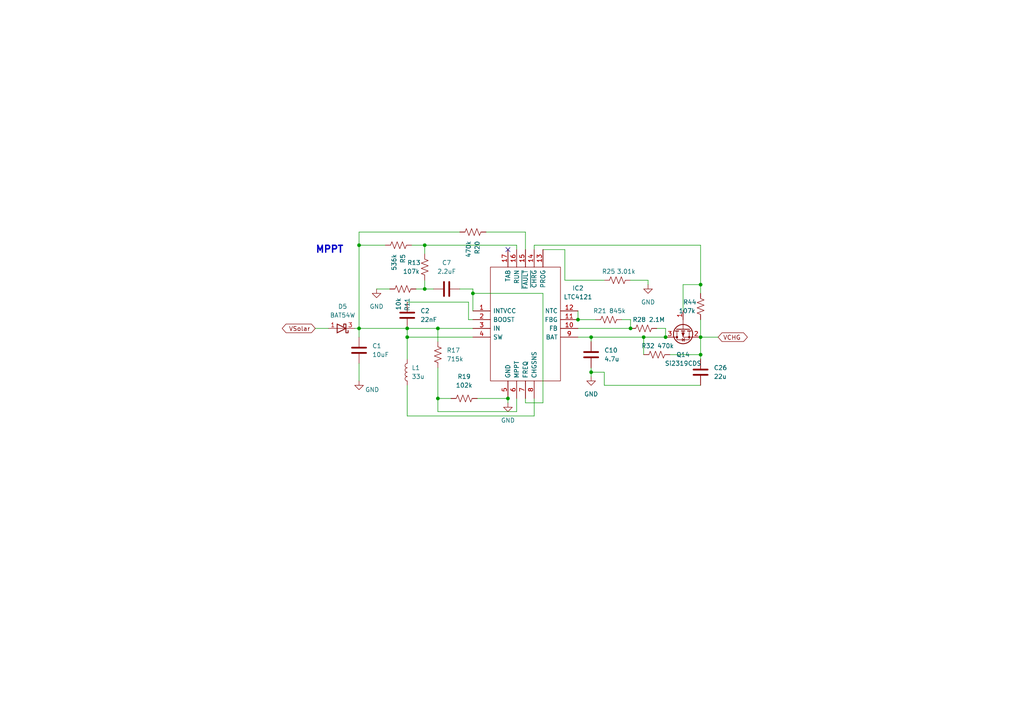
<source format=kicad_sch>
(kicad_sch (version 20211123) (generator eeschema)

  (uuid 67b911c0-4ba5-426a-8953-e7f0e5a031b6)

  (paper "A4")

  (lib_symbols
    (symbol "Device:C" (pin_numbers hide) (pin_names (offset 0.254)) (in_bom yes) (on_board yes)
      (property "Reference" "C" (id 0) (at 0.635 2.54 0)
        (effects (font (size 1.27 1.27)) (justify left))
      )
      (property "Value" "C" (id 1) (at 0.635 -2.54 0)
        (effects (font (size 1.27 1.27)) (justify left))
      )
      (property "Footprint" "" (id 2) (at 0.9652 -3.81 0)
        (effects (font (size 1.27 1.27)) hide)
      )
      (property "Datasheet" "~" (id 3) (at 0 0 0)
        (effects (font (size 1.27 1.27)) hide)
      )
      (property "ki_keywords" "cap capacitor" (id 4) (at 0 0 0)
        (effects (font (size 1.27 1.27)) hide)
      )
      (property "ki_description" "Unpolarized capacitor" (id 5) (at 0 0 0)
        (effects (font (size 1.27 1.27)) hide)
      )
      (property "ki_fp_filters" "C_*" (id 6) (at 0 0 0)
        (effects (font (size 1.27 1.27)) hide)
      )
      (symbol "C_0_1"
        (polyline
          (pts
            (xy -2.032 -0.762)
            (xy 2.032 -0.762)
          )
          (stroke (width 0.508) (type default) (color 0 0 0 0))
          (fill (type none))
        )
        (polyline
          (pts
            (xy -2.032 0.762)
            (xy 2.032 0.762)
          )
          (stroke (width 0.508) (type default) (color 0 0 0 0))
          (fill (type none))
        )
      )
      (symbol "C_1_1"
        (pin passive line (at 0 3.81 270) (length 2.794)
          (name "~" (effects (font (size 1.27 1.27))))
          (number "1" (effects (font (size 1.27 1.27))))
        )
        (pin passive line (at 0 -3.81 90) (length 2.794)
          (name "~" (effects (font (size 1.27 1.27))))
          (number "2" (effects (font (size 1.27 1.27))))
        )
      )
    )
    (symbol "Device:L" (pin_numbers hide) (pin_names (offset 1.016) hide) (in_bom yes) (on_board yes)
      (property "Reference" "L" (id 0) (at -1.27 0 90)
        (effects (font (size 1.27 1.27)))
      )
      (property "Value" "L" (id 1) (at 1.905 0 90)
        (effects (font (size 1.27 1.27)))
      )
      (property "Footprint" "" (id 2) (at 0 0 0)
        (effects (font (size 1.27 1.27)) hide)
      )
      (property "Datasheet" "~" (id 3) (at 0 0 0)
        (effects (font (size 1.27 1.27)) hide)
      )
      (property "ki_keywords" "inductor choke coil reactor magnetic" (id 4) (at 0 0 0)
        (effects (font (size 1.27 1.27)) hide)
      )
      (property "ki_description" "Inductor" (id 5) (at 0 0 0)
        (effects (font (size 1.27 1.27)) hide)
      )
      (property "ki_fp_filters" "Choke_* *Coil* Inductor_* L_*" (id 6) (at 0 0 0)
        (effects (font (size 1.27 1.27)) hide)
      )
      (symbol "L_0_1"
        (arc (start 0 -2.54) (mid 0.635 -1.905) (end 0 -1.27)
          (stroke (width 0) (type default) (color 0 0 0 0))
          (fill (type none))
        )
        (arc (start 0 -1.27) (mid 0.635 -0.635) (end 0 0)
          (stroke (width 0) (type default) (color 0 0 0 0))
          (fill (type none))
        )
        (arc (start 0 0) (mid 0.635 0.635) (end 0 1.27)
          (stroke (width 0) (type default) (color 0 0 0 0))
          (fill (type none))
        )
        (arc (start 0 1.27) (mid 0.635 1.905) (end 0 2.54)
          (stroke (width 0) (type default) (color 0 0 0 0))
          (fill (type none))
        )
      )
      (symbol "L_1_1"
        (pin passive line (at 0 3.81 270) (length 1.27)
          (name "1" (effects (font (size 1.27 1.27))))
          (number "1" (effects (font (size 1.27 1.27))))
        )
        (pin passive line (at 0 -3.81 90) (length 1.27)
          (name "2" (effects (font (size 1.27 1.27))))
          (number "2" (effects (font (size 1.27 1.27))))
        )
      )
    )
    (symbol "Device:R_US" (pin_numbers hide) (pin_names (offset 0)) (in_bom yes) (on_board yes)
      (property "Reference" "R" (id 0) (at 2.54 0 90)
        (effects (font (size 1.27 1.27)))
      )
      (property "Value" "R_US" (id 1) (at -2.54 0 90)
        (effects (font (size 1.27 1.27)))
      )
      (property "Footprint" "" (id 2) (at 1.016 -0.254 90)
        (effects (font (size 1.27 1.27)) hide)
      )
      (property "Datasheet" "~" (id 3) (at 0 0 0)
        (effects (font (size 1.27 1.27)) hide)
      )
      (property "ki_keywords" "R res resistor" (id 4) (at 0 0 0)
        (effects (font (size 1.27 1.27)) hide)
      )
      (property "ki_description" "Resistor, US symbol" (id 5) (at 0 0 0)
        (effects (font (size 1.27 1.27)) hide)
      )
      (property "ki_fp_filters" "R_*" (id 6) (at 0 0 0)
        (effects (font (size 1.27 1.27)) hide)
      )
      (symbol "R_US_0_1"
        (polyline
          (pts
            (xy 0 -2.286)
            (xy 0 -2.54)
          )
          (stroke (width 0) (type default) (color 0 0 0 0))
          (fill (type none))
        )
        (polyline
          (pts
            (xy 0 2.286)
            (xy 0 2.54)
          )
          (stroke (width 0) (type default) (color 0 0 0 0))
          (fill (type none))
        )
        (polyline
          (pts
            (xy 0 -0.762)
            (xy 1.016 -1.143)
            (xy 0 -1.524)
            (xy -1.016 -1.905)
            (xy 0 -2.286)
          )
          (stroke (width 0) (type default) (color 0 0 0 0))
          (fill (type none))
        )
        (polyline
          (pts
            (xy 0 0.762)
            (xy 1.016 0.381)
            (xy 0 0)
            (xy -1.016 -0.381)
            (xy 0 -0.762)
          )
          (stroke (width 0) (type default) (color 0 0 0 0))
          (fill (type none))
        )
        (polyline
          (pts
            (xy 0 2.286)
            (xy 1.016 1.905)
            (xy 0 1.524)
            (xy -1.016 1.143)
            (xy 0 0.762)
          )
          (stroke (width 0) (type default) (color 0 0 0 0))
          (fill (type none))
        )
      )
      (symbol "R_US_1_1"
        (pin passive line (at 0 3.81 270) (length 1.27)
          (name "~" (effects (font (size 1.27 1.27))))
          (number "1" (effects (font (size 1.27 1.27))))
        )
        (pin passive line (at 0 -3.81 90) (length 1.27)
          (name "~" (effects (font (size 1.27 1.27))))
          (number "2" (effects (font (size 1.27 1.27))))
        )
      )
    )
    (symbol "Diode:BAT54W" (pin_names (offset 1.016) hide) (in_bom yes) (on_board yes)
      (property "Reference" "D" (id 0) (at 0 2.54 0)
        (effects (font (size 1.27 1.27)))
      )
      (property "Value" "BAT54W" (id 1) (at 0 -2.54 0)
        (effects (font (size 1.27 1.27)))
      )
      (property "Footprint" "Package_TO_SOT_SMD:SOT-323_SC-70" (id 2) (at 0 -4.445 0)
        (effects (font (size 1.27 1.27)) hide)
      )
      (property "Datasheet" "https://assets.nexperia.com/documents/data-sheet/BAT54W_SER.pdf" (id 3) (at 0 0 0)
        (effects (font (size 1.27 1.27)) hide)
      )
      (property "ki_keywords" "schottky diode" (id 4) (at 0 0 0)
        (effects (font (size 1.27 1.27)) hide)
      )
      (property "ki_description" "Schottky barrier diode, SOT-323" (id 5) (at 0 0 0)
        (effects (font (size 1.27 1.27)) hide)
      )
      (property "ki_fp_filters" "SOT?323*" (id 6) (at 0 0 0)
        (effects (font (size 1.27 1.27)) hide)
      )
      (symbol "BAT54W_0_1"
        (polyline
          (pts
            (xy 1.27 0)
            (xy -1.27 0)
          )
          (stroke (width 0) (type default) (color 0 0 0 0))
          (fill (type none))
        )
        (polyline
          (pts
            (xy 1.27 1.27)
            (xy 1.27 -1.27)
            (xy -1.27 0)
            (xy 1.27 1.27)
          )
          (stroke (width 0.254) (type default) (color 0 0 0 0))
          (fill (type none))
        )
        (polyline
          (pts
            (xy -1.905 0.635)
            (xy -1.905 1.27)
            (xy -1.27 1.27)
            (xy -1.27 -1.27)
            (xy -0.635 -1.27)
            (xy -0.635 -0.635)
          )
          (stroke (width 0.254) (type default) (color 0 0 0 0))
          (fill (type none))
        )
      )
      (symbol "BAT54W_1_1"
        (pin passive line (at 3.81 0 180) (length 2.54)
          (name "A" (effects (font (size 1.27 1.27))))
          (number "1" (effects (font (size 1.27 1.27))))
        )
        (pin no_connect line (at 0 0 90) (length 2.54) hide
          (name "NC" (effects (font (size 1.27 1.27))))
          (number "2" (effects (font (size 1.27 1.27))))
        )
        (pin passive line (at -3.81 0 0) (length 2.54)
          (name "K" (effects (font (size 1.27 1.27))))
          (number "3" (effects (font (size 1.27 1.27))))
        )
      )
    )
    (symbol "LTC4121:LTC4121" (pin_names (offset 0.762)) (in_bom yes) (on_board yes)
      (property "Reference" "IC" (id 0) (at 26.67 17.78 0)
        (effects (font (size 1.27 1.27)) (justify left))
      )
      (property "Value" "LTC4121" (id 1) (at 26.67 15.24 0)
        (effects (font (size 1.27 1.27)) (justify left))
      )
      (property "Footprint" "QFN50P300X300X80-17N-D" (id 2) (at 26.67 12.7 0)
        (effects (font (size 1.27 1.27)) (justify left) hide)
      )
      (property "Datasheet" "" (id 3) (at 26.67 10.16 0)
        (effects (font (size 1.27 1.27)) (justify left) hide)
      )
      (property "Description" "40V 400mA Synchronous Step-Down Battery Charger" (id 4) (at 26.67 7.62 0)
        (effects (font (size 1.27 1.27)) (justify left) hide)
      )
      (property "Height" "0.8" (id 5) (at 26.67 5.08 0)
        (effects (font (size 1.27 1.27)) (justify left) hide)
      )
      (property "Manufacturer_Name" "Linear Technology" (id 6) (at 26.67 2.54 0)
        (effects (font (size 1.27 1.27)) (justify left) hide)
      )
      (property "Manufacturer_Part_Number" "LTC4121" (id 7) (at 26.67 0 0)
        (effects (font (size 1.27 1.27)) (justify left) hide)
      )
      (property "Mouser Part Number" "" (id 8) (at 26.67 -2.54 0)
        (effects (font (size 1.27 1.27)) (justify left) hide)
      )
      (property "Mouser Price/Stock" "" (id 9) (at 26.67 -5.08 0)
        (effects (font (size 1.27 1.27)) (justify left) hide)
      )
      (property "Arrow Part Number" "" (id 10) (at 26.67 -7.62 0)
        (effects (font (size 1.27 1.27)) (justify left) hide)
      )
      (property "Arrow Price/Stock" "" (id 11) (at 26.67 -10.16 0)
        (effects (font (size 1.27 1.27)) (justify left) hide)
      )
      (property "ki_description" "40V 400mA Synchronous Step-Down Battery Charger" (id 12) (at 0 0 0)
        (effects (font (size 1.27 1.27)) hide)
      )
      (symbol "LTC4121_0_0"
        (pin power_in line (at 0 0 0) (length 5.08)
          (name "INTVCC" (effects (font (size 1.27 1.27))))
          (number "1" (effects (font (size 1.27 1.27))))
        )
        (pin passive line (at 30.48 -5.08 180) (length 5.08)
          (name "FB" (effects (font (size 1.27 1.27))))
          (number "10" (effects (font (size 1.27 1.27))))
        )
        (pin passive line (at 30.48 -2.54 180) (length 5.08)
          (name "FBG" (effects (font (size 1.27 1.27))))
          (number "11" (effects (font (size 1.27 1.27))))
        )
        (pin passive line (at 30.48 0 180) (length 5.08)
          (name "NTC" (effects (font (size 1.27 1.27))))
          (number "12" (effects (font (size 1.27 1.27))))
        )
        (pin passive line (at 20.32 17.78 270) (length 5.08)
          (name "PROG" (effects (font (size 1.27 1.27))))
          (number "13" (effects (font (size 1.27 1.27))))
        )
        (pin passive line (at 17.78 17.78 270) (length 5.08)
          (name "~{CHRG}" (effects (font (size 1.27 1.27))))
          (number "14" (effects (font (size 1.27 1.27))))
        )
        (pin passive line (at 15.24 17.78 270) (length 5.08)
          (name "~{FAULT}" (effects (font (size 1.27 1.27))))
          (number "15" (effects (font (size 1.27 1.27))))
        )
        (pin passive line (at 12.7 17.78 270) (length 5.08)
          (name "RUN" (effects (font (size 1.27 1.27))))
          (number "16" (effects (font (size 1.27 1.27))))
        )
        (pin passive line (at 10.16 17.78 270) (length 5.08)
          (name "TAB" (effects (font (size 1.27 1.27))))
          (number "17" (effects (font (size 1.27 1.27))))
        )
        (pin passive line (at 0 -2.54 0) (length 5.08)
          (name "BOOST" (effects (font (size 1.27 1.27))))
          (number "2" (effects (font (size 1.27 1.27))))
        )
        (pin input line (at 0 -5.08 0) (length 5.08)
          (name "IN" (effects (font (size 1.27 1.27))))
          (number "3" (effects (font (size 1.27 1.27))))
        )
        (pin passive line (at 0 -7.62 0) (length 5.08)
          (name "SW" (effects (font (size 1.27 1.27))))
          (number "4" (effects (font (size 1.27 1.27))))
        )
        (pin power_in line (at 10.16 -25.4 90) (length 5.08)
          (name "GND" (effects (font (size 1.27 1.27))))
          (number "5" (effects (font (size 1.27 1.27))))
        )
        (pin passive line (at 12.7 -25.4 90) (length 5.08)
          (name "MPPT" (effects (font (size 1.27 1.27))))
          (number "6" (effects (font (size 1.27 1.27))))
        )
        (pin passive line (at 15.24 -25.4 90) (length 5.08)
          (name "FREQ" (effects (font (size 1.27 1.27))))
          (number "7" (effects (font (size 1.27 1.27))))
        )
        (pin passive line (at 17.78 -25.4 90) (length 5.08)
          (name "CHGSNS" (effects (font (size 1.27 1.27))))
          (number "8" (effects (font (size 1.27 1.27))))
        )
        (pin passive line (at 30.48 -7.62 180) (length 5.08)
          (name "BAT" (effects (font (size 1.27 1.27))))
          (number "9" (effects (font (size 1.27 1.27))))
        )
      )
      (symbol "LTC4121_0_1"
        (polyline
          (pts
            (xy 5.08 12.7)
            (xy 25.4 12.7)
            (xy 25.4 -20.32)
            (xy 5.08 -20.32)
            (xy 5.08 12.7)
          )
          (stroke (width 0.1524) (type default) (color 0 0 0 0))
          (fill (type none))
        )
      )
    )
    (symbol "Transistor_FET:Si2319CDS" (pin_names hide) (in_bom yes) (on_board yes)
      (property "Reference" "Q" (id 0) (at 5.08 1.905 0)
        (effects (font (size 1.27 1.27)) (justify left))
      )
      (property "Value" "Si2319CDS" (id 1) (at 5.08 0 0)
        (effects (font (size 1.27 1.27)) (justify left))
      )
      (property "Footprint" "Package_TO_SOT_SMD:SOT-23" (id 2) (at 5.08 -1.905 0)
        (effects (font (size 1.27 1.27) italic) (justify left) hide)
      )
      (property "Datasheet" "http://www.vishay.com/docs/66709/si2319cd.pdf" (id 3) (at 0 0 0)
        (effects (font (size 1.27 1.27)) (justify left) hide)
      )
      (property "ki_keywords" "P-Channel MOSFET" (id 4) (at 0 0 0)
        (effects (font (size 1.27 1.27)) hide)
      )
      (property "ki_description" "-4.4A Id, -40V Vds, P-Channel MOSFET, SOT-23" (id 5) (at 0 0 0)
        (effects (font (size 1.27 1.27)) hide)
      )
      (property "ki_fp_filters" "SOT?23*" (id 6) (at 0 0 0)
        (effects (font (size 1.27 1.27)) hide)
      )
      (symbol "Si2319CDS_0_1"
        (polyline
          (pts
            (xy 0.254 0)
            (xy -2.54 0)
          )
          (stroke (width 0) (type default) (color 0 0 0 0))
          (fill (type none))
        )
        (polyline
          (pts
            (xy 0.254 1.905)
            (xy 0.254 -1.905)
          )
          (stroke (width 0.254) (type default) (color 0 0 0 0))
          (fill (type none))
        )
        (polyline
          (pts
            (xy 0.762 -1.27)
            (xy 0.762 -2.286)
          )
          (stroke (width 0.254) (type default) (color 0 0 0 0))
          (fill (type none))
        )
        (polyline
          (pts
            (xy 0.762 0.508)
            (xy 0.762 -0.508)
          )
          (stroke (width 0.254) (type default) (color 0 0 0 0))
          (fill (type none))
        )
        (polyline
          (pts
            (xy 0.762 2.286)
            (xy 0.762 1.27)
          )
          (stroke (width 0.254) (type default) (color 0 0 0 0))
          (fill (type none))
        )
        (polyline
          (pts
            (xy 2.54 2.54)
            (xy 2.54 1.778)
          )
          (stroke (width 0) (type default) (color 0 0 0 0))
          (fill (type none))
        )
        (polyline
          (pts
            (xy 2.54 -2.54)
            (xy 2.54 0)
            (xy 0.762 0)
          )
          (stroke (width 0) (type default) (color 0 0 0 0))
          (fill (type none))
        )
        (polyline
          (pts
            (xy 0.762 1.778)
            (xy 3.302 1.778)
            (xy 3.302 -1.778)
            (xy 0.762 -1.778)
          )
          (stroke (width 0) (type default) (color 0 0 0 0))
          (fill (type none))
        )
        (polyline
          (pts
            (xy 2.286 0)
            (xy 1.27 0.381)
            (xy 1.27 -0.381)
            (xy 2.286 0)
          )
          (stroke (width 0) (type default) (color 0 0 0 0))
          (fill (type outline))
        )
        (polyline
          (pts
            (xy 2.794 -0.508)
            (xy 2.921 -0.381)
            (xy 3.683 -0.381)
            (xy 3.81 -0.254)
          )
          (stroke (width 0) (type default) (color 0 0 0 0))
          (fill (type none))
        )
        (polyline
          (pts
            (xy 3.302 -0.381)
            (xy 2.921 0.254)
            (xy 3.683 0.254)
            (xy 3.302 -0.381)
          )
          (stroke (width 0) (type default) (color 0 0 0 0))
          (fill (type none))
        )
        (circle (center 1.651 0) (radius 2.794)
          (stroke (width 0.254) (type default) (color 0 0 0 0))
          (fill (type none))
        )
        (circle (center 2.54 -1.778) (radius 0.254)
          (stroke (width 0) (type default) (color 0 0 0 0))
          (fill (type outline))
        )
        (circle (center 2.54 1.778) (radius 0.254)
          (stroke (width 0) (type default) (color 0 0 0 0))
          (fill (type outline))
        )
      )
      (symbol "Si2319CDS_1_1"
        (pin input line (at -5.08 0 0) (length 2.54)
          (name "G" (effects (font (size 1.27 1.27))))
          (number "1" (effects (font (size 1.27 1.27))))
        )
        (pin passive line (at 2.54 -5.08 90) (length 2.54)
          (name "S" (effects (font (size 1.27 1.27))))
          (number "2" (effects (font (size 1.27 1.27))))
        )
        (pin passive line (at 2.54 5.08 270) (length 2.54)
          (name "D" (effects (font (size 1.27 1.27))))
          (number "3" (effects (font (size 1.27 1.27))))
        )
      )
    )
    (symbol "power:GND" (power) (pin_names (offset 0)) (in_bom yes) (on_board yes)
      (property "Reference" "#PWR" (id 0) (at 0 -6.35 0)
        (effects (font (size 1.27 1.27)) hide)
      )
      (property "Value" "GND" (id 1) (at 0 -3.81 0)
        (effects (font (size 1.27 1.27)))
      )
      (property "Footprint" "" (id 2) (at 0 0 0)
        (effects (font (size 1.27 1.27)) hide)
      )
      (property "Datasheet" "" (id 3) (at 0 0 0)
        (effects (font (size 1.27 1.27)) hide)
      )
      (property "ki_keywords" "power-flag" (id 4) (at 0 0 0)
        (effects (font (size 1.27 1.27)) hide)
      )
      (property "ki_description" "Power symbol creates a global label with name \"GND\" , ground" (id 5) (at 0 0 0)
        (effects (font (size 1.27 1.27)) hide)
      )
      (symbol "GND_0_1"
        (polyline
          (pts
            (xy 0 0)
            (xy 0 -1.27)
            (xy 1.27 -1.27)
            (xy 0 -2.54)
            (xy -1.27 -1.27)
            (xy 0 -1.27)
          )
          (stroke (width 0) (type default) (color 0 0 0 0))
          (fill (type none))
        )
      )
      (symbol "GND_1_1"
        (pin power_in line (at 0 0 270) (length 0) hide
          (name "GND" (effects (font (size 1.27 1.27))))
          (number "1" (effects (font (size 1.27 1.27))))
        )
      )
    )
  )

  (junction (at 203.2 97.79) (diameter 0) (color 0 0 0 0)
    (uuid 11bf9d6b-bcda-427b-b69b-771b9bee8fd0)
  )
  (junction (at 123.19 83.82) (diameter 0) (color 0 0 0 0)
    (uuid 299cc6c9-c294-4965-b9d8-3bbdced30fb7)
  )
  (junction (at 203.2 82.55) (diameter 0) (color 0 0 0 0)
    (uuid 2c05ceb5-1cda-4ae7-a07c-ef645d576ac2)
  )
  (junction (at 171.45 107.95) (diameter 0) (color 0 0 0 0)
    (uuid 471a1efc-90ee-4998-afad-cb4d063f7ae2)
  )
  (junction (at 147.32 115.57) (diameter 0) (color 0 0 0 0)
    (uuid 4ddd824a-3739-4bab-82e2-931bbe5092ed)
  )
  (junction (at 167.64 92.71) (diameter 0) (color 0 0 0 0)
    (uuid 51b5890e-30f5-4340-93f5-30a5f4d521be)
  )
  (junction (at 182.88 95.25) (diameter 0) (color 0 0 0 0)
    (uuid 773d8bc1-97e6-405d-a32f-fe2d60464377)
  )
  (junction (at 137.16 85.09) (diameter 0) (color 0 0 0 0)
    (uuid 809542c2-d82d-4f0d-bf72-e59b58e57d98)
  )
  (junction (at 193.04 97.79) (diameter 0) (color 0 0 0 0)
    (uuid 9b714048-384a-4d02-82bd-347e7d91ab60)
  )
  (junction (at 186.69 97.79) (diameter 0) (color 0 0 0 0)
    (uuid 9dc23262-e327-4990-a416-f21dfc542262)
  )
  (junction (at 203.2 102.87) (diameter 0) (color 0 0 0 0)
    (uuid abced2db-523e-4056-a522-f8fa9860e3cc)
  )
  (junction (at 104.14 71.12) (diameter 0) (color 0 0 0 0)
    (uuid b7e92691-1b2c-4258-ae7f-a8a243ece7e0)
  )
  (junction (at 171.45 97.79) (diameter 0) (color 0 0 0 0)
    (uuid c2d65f77-f471-4c92-a36f-ac6b7d06c3ea)
  )
  (junction (at 123.19 71.12) (diameter 0) (color 0 0 0 0)
    (uuid c75d5d07-6873-461e-b61d-635ed70d8b88)
  )
  (junction (at 118.11 97.79) (diameter 0) (color 0 0 0 0)
    (uuid c80a38b0-5ee2-471f-8156-d2a54851f230)
  )
  (junction (at 118.11 95.25) (diameter 0) (color 0 0 0 0)
    (uuid cefe879c-266f-43bf-8484-b78f36bb7c8d)
  )
  (junction (at 127 115.57) (diameter 0) (color 0 0 0 0)
    (uuid e1ffe84d-5b1f-405d-a1f5-f2a80819c213)
  )
  (junction (at 104.14 95.25) (diameter 0) (color 0 0 0 0)
    (uuid e3014a7a-5181-472e-b074-749552a14458)
  )
  (junction (at 127 95.25) (diameter 0) (color 0 0 0 0)
    (uuid e5da31d6-5474-4ba4-b086-11487abcd9a3)
  )

  (no_connect (at 147.32 72.39) (uuid c7e2c7a8-8668-4cab-9535-ce58fe6774a4))

  (wire (pts (xy 149.86 71.12) (xy 149.86 72.39))
    (stroke (width 0) (type default) (color 0 0 0 0))
    (uuid 034c840b-af54-486f-acae-7b539fb8e5f6)
  )
  (wire (pts (xy 118.11 97.79) (xy 137.16 97.79))
    (stroke (width 0) (type default) (color 0 0 0 0))
    (uuid 04c95f1f-0b92-4452-8c3c-e14d21f5c78b)
  )
  (wire (pts (xy 182.88 81.28) (xy 187.96 81.28))
    (stroke (width 0) (type default) (color 0 0 0 0))
    (uuid 07c4b73b-e6a5-49e8-a2ea-5e9e8fb5ffec)
  )
  (wire (pts (xy 104.14 105.41) (xy 104.14 110.49))
    (stroke (width 0) (type default) (color 0 0 0 0))
    (uuid 0ccef0dd-206c-439e-b394-7c44ea0e5b73)
  )
  (wire (pts (xy 175.26 111.76) (xy 175.26 107.95))
    (stroke (width 0) (type default) (color 0 0 0 0))
    (uuid 10c7bde2-dcec-4106-84ae-1fb703faa8d5)
  )
  (wire (pts (xy 127 115.57) (xy 130.81 115.57))
    (stroke (width 0) (type default) (color 0 0 0 0))
    (uuid 11bd142d-6e79-4af1-b41a-8838c47740b8)
  )
  (wire (pts (xy 147.32 116.84) (xy 147.32 115.57))
    (stroke (width 0) (type default) (color 0 0 0 0))
    (uuid 14deeb9f-4088-4146-994e-c8f9460cfc7f)
  )
  (wire (pts (xy 133.35 67.31) (xy 104.14 67.31))
    (stroke (width 0) (type default) (color 0 0 0 0))
    (uuid 16e9e34c-fbe9-49ff-9f5c-5d32b262f25c)
  )
  (wire (pts (xy 123.19 71.12) (xy 123.19 73.66))
    (stroke (width 0) (type default) (color 0 0 0 0))
    (uuid 1771a814-4408-4891-ae6d-bf5cb7619efe)
  )
  (wire (pts (xy 203.2 97.79) (xy 208.28 97.79))
    (stroke (width 0) (type default) (color 0 0 0 0))
    (uuid 20e21841-8358-44c6-83ab-8b48a81f92ff)
  )
  (wire (pts (xy 149.86 115.57) (xy 149.86 119.38))
    (stroke (width 0) (type default) (color 0 0 0 0))
    (uuid 29bf0913-7f69-427d-843b-ce8e0da30c4e)
  )
  (wire (pts (xy 171.45 106.68) (xy 171.45 107.95))
    (stroke (width 0) (type default) (color 0 0 0 0))
    (uuid 2add54df-7d6c-49bc-94cf-dbc78e771a8b)
  )
  (wire (pts (xy 167.64 92.71) (xy 172.72 92.71))
    (stroke (width 0) (type default) (color 0 0 0 0))
    (uuid 2b6edfd2-0a8a-4e07-aa59-fc55bd2f452c)
  )
  (wire (pts (xy 194.31 102.87) (xy 203.2 102.87))
    (stroke (width 0) (type default) (color 0 0 0 0))
    (uuid 2c7b52b0-1861-44a5-9423-221515e9f83e)
  )
  (wire (pts (xy 140.97 67.31) (xy 152.4 67.31))
    (stroke (width 0) (type default) (color 0 0 0 0))
    (uuid 2cd926fd-86fe-467d-9e41-4cfc9e79cfcb)
  )
  (wire (pts (xy 152.4 67.31) (xy 152.4 72.39))
    (stroke (width 0) (type default) (color 0 0 0 0))
    (uuid 2d9f183f-c826-4966-97c2-7efb715043da)
  )
  (wire (pts (xy 167.64 90.17) (xy 167.64 92.71))
    (stroke (width 0) (type default) (color 0 0 0 0))
    (uuid 308f22b1-57b6-4e05-9e24-d795d2d1a7a3)
  )
  (wire (pts (xy 154.94 115.57) (xy 154.94 120.65))
    (stroke (width 0) (type default) (color 0 0 0 0))
    (uuid 32af9062-948f-46ad-a380-017d08da4967)
  )
  (wire (pts (xy 180.34 92.71) (xy 182.88 92.71))
    (stroke (width 0) (type default) (color 0 0 0 0))
    (uuid 35d02500-6703-4cd8-8562-32dbaf032ee0)
  )
  (wire (pts (xy 154.94 71.12) (xy 203.2 71.12))
    (stroke (width 0) (type default) (color 0 0 0 0))
    (uuid 35ef54f8-c691-4a8d-9924-fefb52d01e9a)
  )
  (wire (pts (xy 127 115.57) (xy 127 119.38))
    (stroke (width 0) (type default) (color 0 0 0 0))
    (uuid 360f9126-c7b8-42c3-bded-5bdc00ba3300)
  )
  (wire (pts (xy 104.14 67.31) (xy 104.14 71.12))
    (stroke (width 0) (type default) (color 0 0 0 0))
    (uuid 36282a80-b778-413a-b261-cebaba958565)
  )
  (wire (pts (xy 154.94 72.39) (xy 154.94 71.12))
    (stroke (width 0) (type default) (color 0 0 0 0))
    (uuid 36c3eb04-8217-4aea-8437-c15cb549f127)
  )
  (wire (pts (xy 167.64 95.25) (xy 182.88 95.25))
    (stroke (width 0) (type default) (color 0 0 0 0))
    (uuid 36e623ef-5d20-4954-8d4e-426da52564a0)
  )
  (wire (pts (xy 123.19 83.82) (xy 125.73 83.82))
    (stroke (width 0) (type default) (color 0 0 0 0))
    (uuid 4698175e-823e-48e4-a88b-0146d4e4ffbe)
  )
  (wire (pts (xy 203.2 97.79) (xy 203.2 92.71))
    (stroke (width 0) (type default) (color 0 0 0 0))
    (uuid 4f5a0d67-e53b-4841-9e4e-7638d973e297)
  )
  (wire (pts (xy 154.94 120.65) (xy 118.11 120.65))
    (stroke (width 0) (type default) (color 0 0 0 0))
    (uuid 56e84b97-5b7b-40f6-af10-b00353abce33)
  )
  (wire (pts (xy 104.14 71.12) (xy 104.14 95.25))
    (stroke (width 0) (type default) (color 0 0 0 0))
    (uuid 574cf53a-3c71-4e33-b3af-5e0fb75d1d98)
  )
  (wire (pts (xy 203.2 104.14) (xy 203.2 102.87))
    (stroke (width 0) (type default) (color 0 0 0 0))
    (uuid 5782bca8-a4e8-48e5-a203-f9f6eaa8ffde)
  )
  (wire (pts (xy 137.16 92.71) (xy 135.89 92.71))
    (stroke (width 0) (type default) (color 0 0 0 0))
    (uuid 5bebe273-dd39-4307-b665-bcfb8da485b8)
  )
  (wire (pts (xy 203.2 111.76) (xy 175.26 111.76))
    (stroke (width 0) (type default) (color 0 0 0 0))
    (uuid 5e4dae31-2205-45f1-a606-dbf26ccfad16)
  )
  (wire (pts (xy 104.14 95.25) (xy 118.11 95.25))
    (stroke (width 0) (type default) (color 0 0 0 0))
    (uuid 6084e423-c1a6-4aea-9908-4d6ea36f0705)
  )
  (wire (pts (xy 118.11 95.25) (xy 118.11 97.79))
    (stroke (width 0) (type default) (color 0 0 0 0))
    (uuid 67448871-8974-4e61-9757-8b07b3810e45)
  )
  (wire (pts (xy 171.45 107.95) (xy 171.45 109.22))
    (stroke (width 0) (type default) (color 0 0 0 0))
    (uuid 6cc0edf6-07cb-45d0-8b6a-e09cc00dee76)
  )
  (wire (pts (xy 171.45 97.79) (xy 186.69 97.79))
    (stroke (width 0) (type default) (color 0 0 0 0))
    (uuid 6d699336-5aa0-4b46-9504-81083172e660)
  )
  (wire (pts (xy 109.22 83.82) (xy 113.03 83.82))
    (stroke (width 0) (type default) (color 0 0 0 0))
    (uuid 6e6b96f4-ad5c-4afe-a712-afced2d8ea0a)
  )
  (wire (pts (xy 171.45 97.79) (xy 171.45 99.06))
    (stroke (width 0) (type default) (color 0 0 0 0))
    (uuid 7197b0fe-57ca-4082-88d5-b8347c0b7604)
  )
  (wire (pts (xy 91.44 95.25) (xy 95.25 95.25))
    (stroke (width 0) (type default) (color 0 0 0 0))
    (uuid 72cf1e5d-31a6-44d3-a5a3-48d16d43d6af)
  )
  (wire (pts (xy 137.16 83.82) (xy 133.35 83.82))
    (stroke (width 0) (type default) (color 0 0 0 0))
    (uuid 751bf254-8fa1-42d6-b54d-b8c19df222dc)
  )
  (wire (pts (xy 123.19 81.28) (xy 123.19 83.82))
    (stroke (width 0) (type default) (color 0 0 0 0))
    (uuid 7a997ad2-0052-4da5-88f0-c345a4fbc7c7)
  )
  (wire (pts (xy 127 106.68) (xy 127 115.57))
    (stroke (width 0) (type default) (color 0 0 0 0))
    (uuid 7b5e1b44-5807-4b8a-9d54-60a6149835e6)
  )
  (wire (pts (xy 152.4 116.84) (xy 157.48 116.84))
    (stroke (width 0) (type default) (color 0 0 0 0))
    (uuid 81b14f7d-3fed-4f2f-b1dc-e3cb535bdbd6)
  )
  (wire (pts (xy 104.14 71.12) (xy 111.76 71.12))
    (stroke (width 0) (type default) (color 0 0 0 0))
    (uuid 86341111-0640-46bc-96a2-7e4fcfb2911c)
  )
  (wire (pts (xy 137.16 90.17) (xy 137.16 85.09))
    (stroke (width 0) (type default) (color 0 0 0 0))
    (uuid 87cda2f5-c667-450b-8036-51fa4938e36f)
  )
  (wire (pts (xy 123.19 71.12) (xy 149.86 71.12))
    (stroke (width 0) (type default) (color 0 0 0 0))
    (uuid 9d871923-c3f3-4177-a7cd-070cbf6615bb)
  )
  (wire (pts (xy 104.14 95.25) (xy 104.14 97.79))
    (stroke (width 0) (type default) (color 0 0 0 0))
    (uuid a0139d85-8bbc-4b8a-b95c-1d30ac3c9d4e)
  )
  (wire (pts (xy 163.83 72.39) (xy 163.83 81.28))
    (stroke (width 0) (type default) (color 0 0 0 0))
    (uuid a0c9d2e4-6c0b-4e77-8eb3-acc43b1cee8a)
  )
  (wire (pts (xy 190.5 95.25) (xy 193.04 95.25))
    (stroke (width 0) (type default) (color 0 0 0 0))
    (uuid a2573230-0c35-4674-855d-bfb68653e7d8)
  )
  (wire (pts (xy 157.48 116.84) (xy 157.48 85.09))
    (stroke (width 0) (type default) (color 0 0 0 0))
    (uuid a3e930b3-f424-4692-90f3-61efcf94b56a)
  )
  (wire (pts (xy 163.83 81.28) (xy 175.26 81.28))
    (stroke (width 0) (type default) (color 0 0 0 0))
    (uuid a4649482-ca20-486a-87ec-371a04422ef2)
  )
  (wire (pts (xy 137.16 85.09) (xy 157.48 85.09))
    (stroke (width 0) (type default) (color 0 0 0 0))
    (uuid a56f728d-0d52-4289-b031-c83940638c00)
  )
  (wire (pts (xy 187.96 81.28) (xy 187.96 82.55))
    (stroke (width 0) (type default) (color 0 0 0 0))
    (uuid a7022e04-b24d-47d0-b1f3-4196c5df1bfc)
  )
  (wire (pts (xy 120.65 83.82) (xy 123.19 83.82))
    (stroke (width 0) (type default) (color 0 0 0 0))
    (uuid a861134c-d009-498f-8443-ebf6c069bc31)
  )
  (wire (pts (xy 118.11 97.79) (xy 118.11 104.14))
    (stroke (width 0) (type default) (color 0 0 0 0))
    (uuid acf00ee6-c901-4d18-9e09-ca512f865ce9)
  )
  (wire (pts (xy 149.86 119.38) (xy 127 119.38))
    (stroke (width 0) (type default) (color 0 0 0 0))
    (uuid b06fa1a4-6272-4b84-a969-e7b3e5abf62c)
  )
  (wire (pts (xy 167.64 97.79) (xy 171.45 97.79))
    (stroke (width 0) (type default) (color 0 0 0 0))
    (uuid bcda5bb0-3db8-4847-ae7a-5e0a3c2d5873)
  )
  (wire (pts (xy 137.16 85.09) (xy 137.16 83.82))
    (stroke (width 0) (type default) (color 0 0 0 0))
    (uuid c03a916a-02af-4a07-95ae-097a943c9f73)
  )
  (wire (pts (xy 193.04 95.25) (xy 193.04 97.79))
    (stroke (width 0) (type default) (color 0 0 0 0))
    (uuid c20c580c-93ae-4a2c-989b-8307712ac225)
  )
  (wire (pts (xy 182.88 92.71) (xy 182.88 95.25))
    (stroke (width 0) (type default) (color 0 0 0 0))
    (uuid c45dea1e-b681-41d1-b962-46a0f2401849)
  )
  (wire (pts (xy 203.2 71.12) (xy 203.2 82.55))
    (stroke (width 0) (type default) (color 0 0 0 0))
    (uuid ca0d1d16-9a87-4811-a4be-c2e1f3d22483)
  )
  (wire (pts (xy 137.16 95.25) (xy 127 95.25))
    (stroke (width 0) (type default) (color 0 0 0 0))
    (uuid cafc3564-b362-410a-8226-0a104239acaf)
  )
  (wire (pts (xy 198.12 90.17) (xy 198.12 82.55))
    (stroke (width 0) (type default) (color 0 0 0 0))
    (uuid cd08032a-67f1-4a81-a503-a2d208afcbd0)
  )
  (wire (pts (xy 118.11 120.65) (xy 118.11 111.76))
    (stroke (width 0) (type default) (color 0 0 0 0))
    (uuid cd46fcb4-cd7c-4ab5-951e-d94a31d89f31)
  )
  (wire (pts (xy 102.87 95.25) (xy 104.14 95.25))
    (stroke (width 0) (type default) (color 0 0 0 0))
    (uuid ce72be00-2a28-4213-b884-aff82de9a21f)
  )
  (wire (pts (xy 135.89 87.63) (xy 118.11 87.63))
    (stroke (width 0) (type default) (color 0 0 0 0))
    (uuid d078beb1-c29d-4bca-9167-cc6aecd5bc91)
  )
  (wire (pts (xy 186.69 97.79) (xy 193.04 97.79))
    (stroke (width 0) (type default) (color 0 0 0 0))
    (uuid d1d7ae77-2a83-4440-b1f6-26740b9fd44d)
  )
  (wire (pts (xy 127 95.25) (xy 127 99.06))
    (stroke (width 0) (type default) (color 0 0 0 0))
    (uuid d523a075-7e33-4186-886d-2ff29509eaf1)
  )
  (wire (pts (xy 157.48 72.39) (xy 163.83 72.39))
    (stroke (width 0) (type default) (color 0 0 0 0))
    (uuid d6b85383-4049-41cc-9393-275307ab2218)
  )
  (wire (pts (xy 119.38 71.12) (xy 123.19 71.12))
    (stroke (width 0) (type default) (color 0 0 0 0))
    (uuid d8dc8247-c709-49fe-92f0-a380a86d5aaf)
  )
  (wire (pts (xy 203.2 102.87) (xy 203.2 97.79))
    (stroke (width 0) (type default) (color 0 0 0 0))
    (uuid e8a651eb-f054-4e88-8893-514aa20e6054)
  )
  (wire (pts (xy 186.69 97.79) (xy 186.69 102.87))
    (stroke (width 0) (type default) (color 0 0 0 0))
    (uuid ea808b72-2c70-4c14-bf1e-d9bd55ca8145)
  )
  (wire (pts (xy 138.43 115.57) (xy 147.32 115.57))
    (stroke (width 0) (type default) (color 0 0 0 0))
    (uuid ed0a47d1-0e26-40e1-b2bd-7921704e0dd4)
  )
  (wire (pts (xy 175.26 107.95) (xy 171.45 107.95))
    (stroke (width 0) (type default) (color 0 0 0 0))
    (uuid f78580b4-f16c-431c-8d8f-260e610f481a)
  )
  (wire (pts (xy 118.11 95.25) (xy 127 95.25))
    (stroke (width 0) (type default) (color 0 0 0 0))
    (uuid f9370a9c-58c9-41f1-a70d-358f72abad88)
  )
  (wire (pts (xy 152.4 116.84) (xy 152.4 115.57))
    (stroke (width 0) (type default) (color 0 0 0 0))
    (uuid fbe0a0e7-5a7f-4649-b68a-7bf60200efc6)
  )
  (wire (pts (xy 135.89 92.71) (xy 135.89 87.63))
    (stroke (width 0) (type default) (color 0 0 0 0))
    (uuid fc950853-dbe7-4e88-aa42-9232e0e2dc1a)
  )
  (wire (pts (xy 203.2 82.55) (xy 203.2 85.09))
    (stroke (width 0) (type default) (color 0 0 0 0))
    (uuid fceeda67-f157-4195-bbe9-a782eb447d41)
  )
  (wire (pts (xy 198.12 82.55) (xy 203.2 82.55))
    (stroke (width 0) (type default) (color 0 0 0 0))
    (uuid fdca59bf-24f1-4daf-a766-023d958ad9b1)
  )

  (text "MPPT" (at 91.44 73.66 0)
    (effects (font (size 2 2) bold) (justify left bottom))
    (uuid 3a71171f-9245-4dde-b433-9444e4625597)
  )

  (global_label "VCHG" (shape bidirectional) (at 208.28 97.79 0) (fields_autoplaced)
    (effects (font (size 1.27 1.27)) (justify left))
    (uuid 7f162d50-f166-478c-bc89-71e371cee64a)
    (property "Intersheet References" "${INTERSHEET_REFS}" (id 0) (at 215.6521 97.7106 0)
      (effects (font (size 1.27 1.27)) (justify left) hide)
    )
  )
  (global_label "VSolar" (shape bidirectional) (at 91.44 95.25 180) (fields_autoplaced)
    (effects (font (size 1.27 1.27)) (justify right))
    (uuid c0e6e100-3640-48af-a218-11a67d473e9f)
    (property "Intersheet References" "${INTERSHEET_REFS}" (id 0) (at 82.9793 95.1706 0)
      (effects (font (size 1.27 1.27)) (justify right) hide)
    )
  )

  (symbol (lib_id "Device:R_US") (at 127 102.87 0) (unit 1)
    (in_bom yes) (on_board yes) (fields_autoplaced)
    (uuid 0adfcf06-c79c-4541-9ab9-4e16bac5a715)
    (property "Reference" "R17" (id 0) (at 129.54 101.5999 0)
      (effects (font (size 1.27 1.27)) (justify left))
    )
    (property "Value" "715k" (id 1) (at 129.54 104.1399 0)
      (effects (font (size 1.27 1.27)) (justify left))
    )
    (property "Footprint" "Resistor_SMD:R_0402_1005Metric" (id 2) (at 128.016 103.124 90)
      (effects (font (size 1.27 1.27)) hide)
    )
    (property "Datasheet" "~" (id 3) (at 127 102.87 0)
      (effects (font (size 1.27 1.27)) hide)
    )
    (pin "1" (uuid 20a45a56-e271-4e99-8dd0-46d611ab7668))
    (pin "2" (uuid 326c6d3e-f585-450c-b87e-89f81fd968db))
  )

  (symbol (lib_id "Device:R_US") (at 137.16 67.31 90) (unit 1)
    (in_bom yes) (on_board yes)
    (uuid 1213c737-f28d-4528-81b1-1552b4f482dd)
    (property "Reference" "R20" (id 0) (at 138.4301 69.85 0)
      (effects (font (size 1.27 1.27)) (justify right))
    )
    (property "Value" "470k" (id 1) (at 135.8901 69.85 0)
      (effects (font (size 1.27 1.27)) (justify right))
    )
    (property "Footprint" "Resistor_SMD:R_0402_1005Metric" (id 2) (at 137.414 66.294 90)
      (effects (font (size 1.27 1.27)) hide)
    )
    (property "Datasheet" "~" (id 3) (at 137.16 67.31 0)
      (effects (font (size 1.27 1.27)) hide)
    )
    (pin "1" (uuid f232e0bf-1484-49a2-8c59-7d2e83f3e5da))
    (pin "2" (uuid 5ddcdeb5-b25f-41bf-b523-02deaab28a8c))
  )

  (symbol (lib_id "Device:C") (at 129.54 83.82 90) (unit 1)
    (in_bom yes) (on_board yes) (fields_autoplaced)
    (uuid 22fc892f-9155-4549-9266-5ab6222e84f7)
    (property "Reference" "C7" (id 0) (at 129.54 76.2 90))
    (property "Value" "2.2uF" (id 1) (at 129.54 78.74 90))
    (property "Footprint" "Capacitor_SMD:C_0402_1005Metric" (id 2) (at 133.35 82.8548 0)
      (effects (font (size 1.27 1.27)) hide)
    )
    (property "Datasheet" "~" (id 3) (at 129.54 83.82 0)
      (effects (font (size 1.27 1.27)) hide)
    )
    (pin "1" (uuid 7d4ae5c0-9ff3-4f11-adca-5d875df9473b))
    (pin "2" (uuid e1ac1860-5961-44c1-874c-b30ebe4f13bd))
  )

  (symbol (lib_id "Device:R_US") (at 190.5 102.87 90) (unit 1)
    (in_bom yes) (on_board yes)
    (uuid 272d36a6-9845-4352-b784-1275cdfe88b1)
    (property "Reference" "R32" (id 0) (at 187.96 100.33 90))
    (property "Value" "470k" (id 1) (at 193.04 100.33 90))
    (property "Footprint" "Resistor_SMD:R_0402_1005Metric" (id 2) (at 190.754 101.854 90)
      (effects (font (size 1.27 1.27)) hide)
    )
    (property "Datasheet" "~" (id 3) (at 190.5 102.87 0)
      (effects (font (size 1.27 1.27)) hide)
    )
    (pin "1" (uuid b8c162f5-1bd7-4e08-89cb-aa5920188075))
    (pin "2" (uuid 2fa71da0-056c-4e86-8f00-f67b57950f90))
  )

  (symbol (lib_id "power:GND") (at 147.32 116.84 0) (unit 1)
    (in_bom yes) (on_board yes) (fields_autoplaced)
    (uuid 2d7bf9ad-592e-41f2-baf2-147c08156c64)
    (property "Reference" "#PWR0154" (id 0) (at 147.32 123.19 0)
      (effects (font (size 1.27 1.27)) hide)
    )
    (property "Value" "GND" (id 1) (at 147.32 121.92 0))
    (property "Footprint" "" (id 2) (at 147.32 116.84 0)
      (effects (font (size 1.27 1.27)) hide)
    )
    (property "Datasheet" "" (id 3) (at 147.32 116.84 0)
      (effects (font (size 1.27 1.27)) hide)
    )
    (pin "1" (uuid 2328868e-a65f-419d-81b6-bdc2c370b1f9))
  )

  (symbol (lib_id "Device:R_US") (at 176.53 92.71 90) (unit 1)
    (in_bom yes) (on_board yes)
    (uuid 2de0918d-954f-4ef5-8b13-649461cc68f9)
    (property "Reference" "R21" (id 0) (at 173.99 90.17 90))
    (property "Value" "845k" (id 1) (at 179.07 90.17 90))
    (property "Footprint" "Resistor_SMD:R_0402_1005Metric" (id 2) (at 176.784 91.694 90)
      (effects (font (size 1.27 1.27)) hide)
    )
    (property "Datasheet" "~" (id 3) (at 176.53 92.71 0)
      (effects (font (size 1.27 1.27)) hide)
    )
    (pin "1" (uuid 0c78b16d-2714-4c41-83af-ccc70ed442f1))
    (pin "2" (uuid 8f575916-2a2a-4c5b-8c41-387ca669648e))
  )

  (symbol (lib_id "Device:R_US") (at 123.19 77.47 180) (unit 1)
    (in_bom yes) (on_board yes)
    (uuid 3d81b7a9-7be9-455b-9dd4-826f092ba1df)
    (property "Reference" "R13" (id 0) (at 118.11 76.2 0)
      (effects (font (size 1.27 1.27)) (justify right))
    )
    (property "Value" "107k" (id 1) (at 116.84 78.74 0)
      (effects (font (size 1.27 1.27)) (justify right))
    )
    (property "Footprint" "Resistor_SMD:R_0402_1005Metric" (id 2) (at 122.174 77.216 90)
      (effects (font (size 1.27 1.27)) hide)
    )
    (property "Datasheet" "~" (id 3) (at 123.19 77.47 0)
      (effects (font (size 1.27 1.27)) hide)
    )
    (pin "1" (uuid db518a65-a72b-4601-b881-45f049840768))
    (pin "2" (uuid b1191619-d53f-4ba8-9da0-f40adc5123b4))
  )

  (symbol (lib_id "LTC4121:LTC4121") (at 137.16 90.17 0) (unit 1)
    (in_bom yes) (on_board yes) (fields_autoplaced)
    (uuid 478afc7c-d1ee-424a-8460-3b406a54d1d2)
    (property "Reference" "IC2" (id 0) (at 167.64 83.5912 0))
    (property "Value" "LTC4121" (id 1) (at 167.64 86.1312 0))
    (property "Footprint" "Global Footprints:LTC4121EUD-4.2-PBF" (id 2) (at 163.83 77.47 0)
      (effects (font (size 1.27 1.27)) (justify left) hide)
    )
    (property "Datasheet" "" (id 3) (at 163.83 80.01 0)
      (effects (font (size 1.27 1.27)) (justify left) hide)
    )
    (property "Description" "40V 400mA Synchronous Step-Down Battery Charger" (id 4) (at 163.83 82.55 0)
      (effects (font (size 1.27 1.27)) (justify left) hide)
    )
    (property "Height" "0.8" (id 5) (at 163.83 85.09 0)
      (effects (font (size 1.27 1.27)) (justify left) hide)
    )
    (property "Manufacturer_Name" "Linear Technology" (id 6) (at 163.83 87.63 0)
      (effects (font (size 1.27 1.27)) (justify left) hide)
    )
    (property "Manufacturer_Part_Number" "LTC4121" (id 7) (at 163.83 90.17 0)
      (effects (font (size 1.27 1.27)) (justify left) hide)
    )
    (property "Mouser Part Number" "" (id 8) (at 163.83 92.71 0)
      (effects (font (size 1.27 1.27)) (justify left) hide)
    )
    (property "Mouser Price/Stock" "" (id 9) (at 163.83 95.25 0)
      (effects (font (size 1.27 1.27)) (justify left) hide)
    )
    (property "Arrow Part Number" "" (id 10) (at 163.83 97.79 0)
      (effects (font (size 1.27 1.27)) (justify left) hide)
    )
    (property "Arrow Price/Stock" "" (id 11) (at 163.83 100.33 0)
      (effects (font (size 1.27 1.27)) (justify left) hide)
    )
    (pin "1" (uuid 8939b5fb-47e2-4723-b7b8-1d8fb8423810))
    (pin "10" (uuid 11626421-75d8-4793-a748-85d92acd7b55))
    (pin "11" (uuid baaef58c-a6d7-4c0e-9d86-9259311c5b86))
    (pin "12" (uuid b070c3fa-b245-46f9-b27f-0350ef69a551))
    (pin "13" (uuid 2d287b01-3981-4cac-8226-edf8e2ea15a6))
    (pin "14" (uuid 843c4b51-72e2-448d-8c39-df85f86ad0de))
    (pin "15" (uuid 06749278-db2f-4caa-be18-1ae5333d91bf))
    (pin "16" (uuid 49b02ab5-97a9-4d8c-a501-8d7cabb44833))
    (pin "17" (uuid 583a5545-95fb-40b9-aacd-f9520c89384a))
    (pin "2" (uuid 9827672d-e512-48d1-a5ba-8cf379cc8595))
    (pin "3" (uuid 70fc19da-9d1e-4275-a455-6f70993f00bc))
    (pin "4" (uuid d6a8da42-642d-4f4b-90fd-f2fa24d61141))
    (pin "5" (uuid 0c5d52f9-8a61-4060-8004-6888517de8d9))
    (pin "6" (uuid 83b2c2e3-8e2d-49bc-a724-337eeb8b4291))
    (pin "7" (uuid 676610ef-d131-4045-84d2-0071096caf0e))
    (pin "8" (uuid 7d44c270-b370-42ce-ab95-9ee889493fcb))
    (pin "9" (uuid ad45f74d-8292-4453-98f2-d61a4a5e6832))
  )

  (symbol (lib_id "Device:R_US") (at 203.2 88.9 180) (unit 1)
    (in_bom yes) (on_board yes)
    (uuid 4a01c0aa-2210-45e5-a90e-09ba33e4e56d)
    (property "Reference" "R44" (id 0) (at 198.12 87.63 0)
      (effects (font (size 1.27 1.27)) (justify right))
    )
    (property "Value" "107k" (id 1) (at 196.85 90.17 0)
      (effects (font (size 1.27 1.27)) (justify right))
    )
    (property "Footprint" "Resistor_SMD:R_0402_1005Metric" (id 2) (at 202.184 88.646 90)
      (effects (font (size 1.27 1.27)) hide)
    )
    (property "Datasheet" "~" (id 3) (at 203.2 88.9 0)
      (effects (font (size 1.27 1.27)) hide)
    )
    (pin "1" (uuid c4fc7c15-5e12-43b0-b153-cfa8ea837e92))
    (pin "2" (uuid a5840cfd-5984-4d68-9760-aaf0293dfc21))
  )

  (symbol (lib_id "Diode:BAT54W") (at 99.06 95.25 180) (unit 1)
    (in_bom yes) (on_board yes) (fields_autoplaced)
    (uuid 6f79a5b2-c2b7-4b8c-81d2-3a3507621a95)
    (property "Reference" "D5" (id 0) (at 99.3775 88.9 0))
    (property "Value" "BAT54W" (id 1) (at 99.3775 91.44 0))
    (property "Footprint" "Package_TO_SOT_SMD:SOT-323_SC-70" (id 2) (at 99.06 90.805 0)
      (effects (font (size 1.27 1.27)) hide)
    )
    (property "Datasheet" "https://assets.nexperia.com/documents/data-sheet/BAT54W_SER.pdf" (id 3) (at 99.06 95.25 0)
      (effects (font (size 1.27 1.27)) hide)
    )
    (pin "1" (uuid cf196f06-b314-4c5f-ba80-835c198162d8))
    (pin "2" (uuid 6dbf569a-6790-49c8-a9e3-9d1bb678ad71))
    (pin "3" (uuid d9be127b-dd44-4b1e-b5d7-df5019283788))
  )

  (symbol (lib_id "power:GND") (at 104.14 110.49 0) (unit 1)
    (in_bom yes) (on_board yes)
    (uuid 7962af48-c5e4-4cd1-9323-37b051fd58e1)
    (property "Reference" "#PWR0162" (id 0) (at 104.14 116.84 0)
      (effects (font (size 1.27 1.27)) hide)
    )
    (property "Value" "GND" (id 1) (at 107.95 113.03 0))
    (property "Footprint" "" (id 2) (at 104.14 110.49 0)
      (effects (font (size 1.27 1.27)) hide)
    )
    (property "Datasheet" "" (id 3) (at 104.14 110.49 0)
      (effects (font (size 1.27 1.27)) hide)
    )
    (pin "1" (uuid eeaa679b-f08d-4bed-b2d1-7aba2118f183))
  )

  (symbol (lib_id "Device:C") (at 171.45 102.87 0) (unit 1)
    (in_bom yes) (on_board yes) (fields_autoplaced)
    (uuid 83eace3d-39f4-4771-8ab2-b755a2a39ba7)
    (property "Reference" "C10" (id 0) (at 175.26 101.5999 0)
      (effects (font (size 1.27 1.27)) (justify left))
    )
    (property "Value" "4.7u" (id 1) (at 175.26 104.1399 0)
      (effects (font (size 1.27 1.27)) (justify left))
    )
    (property "Footprint" "Capacitor_SMD:C_0402_1005Metric" (id 2) (at 172.4152 106.68 0)
      (effects (font (size 1.27 1.27)) hide)
    )
    (property "Datasheet" "~" (id 3) (at 171.45 102.87 0)
      (effects (font (size 1.27 1.27)) hide)
    )
    (pin "1" (uuid 7a2fa7ef-d502-4467-8df1-f581a2e2105f))
    (pin "2" (uuid b17c570a-87aa-438a-9bc5-a80c7fd0f9de))
  )

  (symbol (lib_id "power:GND") (at 187.96 82.55 0) (unit 1)
    (in_bom yes) (on_board yes) (fields_autoplaced)
    (uuid 88ba421a-0d1e-4a89-9e90-3996de8952cf)
    (property "Reference" "#PWR0101" (id 0) (at 187.96 88.9 0)
      (effects (font (size 1.27 1.27)) hide)
    )
    (property "Value" "GND" (id 1) (at 187.96 87.63 0))
    (property "Footprint" "" (id 2) (at 187.96 82.55 0)
      (effects (font (size 1.27 1.27)) hide)
    )
    (property "Datasheet" "" (id 3) (at 187.96 82.55 0)
      (effects (font (size 1.27 1.27)) hide)
    )
    (pin "1" (uuid 6dbd174a-4983-4840-94e4-5e0e3b3071f9))
  )

  (symbol (lib_id "Device:C") (at 104.14 101.6 0) (unit 1)
    (in_bom yes) (on_board yes) (fields_autoplaced)
    (uuid 8909b009-bac2-498a-b35a-14ed65d17e8b)
    (property "Reference" "C1" (id 0) (at 107.95 100.3299 0)
      (effects (font (size 1.27 1.27)) (justify left))
    )
    (property "Value" "10uF" (id 1) (at 107.95 102.8699 0)
      (effects (font (size 1.27 1.27)) (justify left))
    )
    (property "Footprint" "Capacitor_SMD:C_0603_1608Metric" (id 2) (at 105.1052 105.41 0)
      (effects (font (size 1.27 1.27)) hide)
    )
    (property "Datasheet" "~" (id 3) (at 104.14 101.6 0)
      (effects (font (size 1.27 1.27)) hide)
    )
    (pin "1" (uuid fbb58311-e2c5-464d-831c-000bc59a72d1))
    (pin "2" (uuid 2d07bef7-9b06-4672-9308-ba81f499771c))
  )

  (symbol (lib_id "power:GND") (at 109.22 83.82 0) (unit 1)
    (in_bom yes) (on_board yes) (fields_autoplaced)
    (uuid 893de423-8607-409d-8272-90b4e7b6c91b)
    (property "Reference" "#PWR0158" (id 0) (at 109.22 90.17 0)
      (effects (font (size 1.27 1.27)) hide)
    )
    (property "Value" "GND" (id 1) (at 109.22 88.9 0))
    (property "Footprint" "" (id 2) (at 109.22 83.82 0)
      (effects (font (size 1.27 1.27)) hide)
    )
    (property "Datasheet" "" (id 3) (at 109.22 83.82 0)
      (effects (font (size 1.27 1.27)) hide)
    )
    (pin "1" (uuid 25de005f-c764-4282-a4fd-5b04a29048f5))
  )

  (symbol (lib_id "Device:R_US") (at 186.69 95.25 90) (unit 1)
    (in_bom yes) (on_board yes)
    (uuid 8c9ee8a5-c6b6-4cdc-bcc7-2b83f435a6af)
    (property "Reference" "R28" (id 0) (at 185.42 92.71 90))
    (property "Value" "2.1M" (id 1) (at 190.5 92.71 90))
    (property "Footprint" "Resistor_SMD:R_0402_1005Metric" (id 2) (at 186.944 94.234 90)
      (effects (font (size 1.27 1.27)) hide)
    )
    (property "Datasheet" "~" (id 3) (at 186.69 95.25 0)
      (effects (font (size 1.27 1.27)) hide)
    )
    (pin "1" (uuid 198766e5-aa59-41a1-bd12-e72a0d19718a))
    (pin "2" (uuid cc10d34a-3b2f-4fa0-87d3-496033d978af))
  )

  (symbol (lib_id "Device:R_US") (at 116.84 83.82 90) (unit 1)
    (in_bom yes) (on_board yes)
    (uuid 8d6dc94c-90e9-41e0-a336-9d88447cb3da)
    (property "Reference" "R11" (id 0) (at 118.1101 86.36 0)
      (effects (font (size 1.27 1.27)) (justify right))
    )
    (property "Value" "10k" (id 1) (at 115.5701 86.36 0)
      (effects (font (size 1.27 1.27)) (justify right))
    )
    (property "Footprint" "Resistor_SMD:R_0402_1005Metric" (id 2) (at 117.094 82.804 90)
      (effects (font (size 1.27 1.27)) hide)
    )
    (property "Datasheet" "~" (id 3) (at 116.84 83.82 0)
      (effects (font (size 1.27 1.27)) hide)
    )
    (pin "1" (uuid 368a77c6-5d5b-43dc-a54b-f958293ca846))
    (pin "2" (uuid 7d9c022b-c37d-4c1f-80a9-363068e776ad))
  )

  (symbol (lib_id "power:GND") (at 171.45 109.22 0) (unit 1)
    (in_bom yes) (on_board yes) (fields_autoplaced)
    (uuid 92fd9068-f8f2-4f67-8659-959b0f392a68)
    (property "Reference" "#PWR0102" (id 0) (at 171.45 115.57 0)
      (effects (font (size 1.27 1.27)) hide)
    )
    (property "Value" "GND" (id 1) (at 171.45 114.3 0))
    (property "Footprint" "" (id 2) (at 171.45 109.22 0)
      (effects (font (size 1.27 1.27)) hide)
    )
    (property "Datasheet" "" (id 3) (at 171.45 109.22 0)
      (effects (font (size 1.27 1.27)) hide)
    )
    (pin "1" (uuid 9c935831-fea3-4ff0-86d1-7d806eaa3ba1))
  )

  (symbol (lib_id "Transistor_FET:Si2319CDS") (at 198.12 95.25 90) (mirror x) (unit 1)
    (in_bom yes) (on_board yes) (fields_autoplaced)
    (uuid 96fc252f-1071-4459-a81b-35a8c4b62b27)
    (property "Reference" "Q14" (id 0) (at 198.12 102.87 90))
    (property "Value" "Si2319CDS" (id 1) (at 198.12 105.41 90))
    (property "Footprint" "Package_TO_SOT_SMD:SOT-23" (id 2) (at 200.025 100.33 0)
      (effects (font (size 1.27 1.27) italic) (justify left) hide)
    )
    (property "Datasheet" "http://www.vishay.com/docs/66709/si2319cd.pdf" (id 3) (at 198.12 95.25 0)
      (effects (font (size 1.27 1.27)) (justify left) hide)
    )
    (pin "1" (uuid 6a6789ab-40c0-4948-b961-d1ae7a77b5ea))
    (pin "2" (uuid 2bb7e8fc-6146-4825-aba1-7d2e42e171cb))
    (pin "3" (uuid 8799e12e-5326-4cf5-8bd3-1214f1d542f5))
  )

  (symbol (lib_id "Device:R_US") (at 134.62 115.57 90) (unit 1)
    (in_bom yes) (on_board yes) (fields_autoplaced)
    (uuid bbb0f9c8-b388-47ee-81e7-8151837ce17e)
    (property "Reference" "R19" (id 0) (at 134.62 109.22 90))
    (property "Value" "102k" (id 1) (at 134.62 111.76 90))
    (property "Footprint" "Resistor_SMD:R_0402_1005Metric" (id 2) (at 134.874 114.554 90)
      (effects (font (size 1.27 1.27)) hide)
    )
    (property "Datasheet" "~" (id 3) (at 134.62 115.57 0)
      (effects (font (size 1.27 1.27)) hide)
    )
    (pin "1" (uuid 6576b15f-7879-41e1-8ea7-80df550c23a3))
    (pin "2" (uuid 20a44a1c-a5cb-4ed2-b532-b7c581b4a71e))
  )

  (symbol (lib_id "Device:L") (at 118.11 107.95 180) (unit 1)
    (in_bom yes) (on_board yes) (fields_autoplaced)
    (uuid c9d14583-e92d-43c9-a036-92cae8edf2eb)
    (property "Reference" "L1" (id 0) (at 119.38 106.6799 0)
      (effects (font (size 1.27 1.27)) (justify right))
    )
    (property "Value" "33u" (id 1) (at 119.38 109.2199 0)
      (effects (font (size 1.27 1.27)) (justify right))
    )
    (property "Footprint" "Inductor_SMD:L_0402_1005Metric" (id 2) (at 118.11 107.95 0)
      (effects (font (size 1.27 1.27)) hide)
    )
    (property "Datasheet" "~" (id 3) (at 118.11 107.95 0)
      (effects (font (size 1.27 1.27)) hide)
    )
    (pin "1" (uuid 8d984bec-ff35-4552-ba0f-91c6ca5fd085))
    (pin "2" (uuid 1285b36d-5c38-4e0a-b8f9-9e93d376afc2))
  )

  (symbol (lib_id "Device:C") (at 203.2 107.95 0) (unit 1)
    (in_bom yes) (on_board yes) (fields_autoplaced)
    (uuid cfa57e80-76d7-4697-ba2d-0515e3ca4d4d)
    (property "Reference" "C26" (id 0) (at 207.01 106.6799 0)
      (effects (font (size 1.27 1.27)) (justify left))
    )
    (property "Value" "22u" (id 1) (at 207.01 109.2199 0)
      (effects (font (size 1.27 1.27)) (justify left))
    )
    (property "Footprint" "Capacitor_SMD:C_0603_1608Metric" (id 2) (at 204.1652 111.76 0)
      (effects (font (size 1.27 1.27)) hide)
    )
    (property "Datasheet" "~" (id 3) (at 203.2 107.95 0)
      (effects (font (size 1.27 1.27)) hide)
    )
    (pin "1" (uuid b31ae0a2-4a13-4b7d-b892-3db61e5e831a))
    (pin "2" (uuid 007bee1f-84c2-4c74-9488-1b5f95fbdcd0))
  )

  (symbol (lib_id "Device:R_US") (at 179.07 81.28 90) (unit 1)
    (in_bom yes) (on_board yes)
    (uuid d9aeaaaf-2acf-4212-b4d0-2c7eb9c507c9)
    (property "Reference" "R25" (id 0) (at 176.53 78.74 90))
    (property "Value" "3.01k" (id 1) (at 181.61 78.74 90))
    (property "Footprint" "Resistor_SMD:R_0402_1005Metric" (id 2) (at 179.324 80.264 90)
      (effects (font (size 1.27 1.27)) hide)
    )
    (property "Datasheet" "~" (id 3) (at 179.07 81.28 0)
      (effects (font (size 1.27 1.27)) hide)
    )
    (pin "1" (uuid 03d07ab7-392b-46f5-b8a1-1191ab5d4f4e))
    (pin "2" (uuid ccc85d83-f47d-4b2b-b63d-0699aa8e655f))
  )

  (symbol (lib_id "Device:C") (at 118.11 91.44 0) (unit 1)
    (in_bom yes) (on_board yes) (fields_autoplaced)
    (uuid dd1bb444-3bc0-4250-8e1f-867cc3ec8dac)
    (property "Reference" "C2" (id 0) (at 121.92 90.1699 0)
      (effects (font (size 1.27 1.27)) (justify left))
    )
    (property "Value" "22nF" (id 1) (at 121.92 92.7099 0)
      (effects (font (size 1.27 1.27)) (justify left))
    )
    (property "Footprint" "Capacitor_SMD:C_0402_1005Metric" (id 2) (at 119.0752 95.25 0)
      (effects (font (size 1.27 1.27)) hide)
    )
    (property "Datasheet" "~" (id 3) (at 118.11 91.44 0)
      (effects (font (size 1.27 1.27)) hide)
    )
    (pin "1" (uuid 251efd23-be72-48db-b5fa-c19fec1bb502))
    (pin "2" (uuid 16d34887-9cb0-45f1-9536-9e1ff3beddcb))
  )

  (symbol (lib_id "Device:R_US") (at 115.57 71.12 90) (unit 1)
    (in_bom yes) (on_board yes)
    (uuid edf7a7d5-b031-4b48-90ef-194e402030b1)
    (property "Reference" "R5" (id 0) (at 116.8401 73.66 0)
      (effects (font (size 1.27 1.27)) (justify right))
    )
    (property "Value" "536k" (id 1) (at 114.3001 73.66 0)
      (effects (font (size 1.27 1.27)) (justify right))
    )
    (property "Footprint" "Resistor_SMD:R_0402_1005Metric" (id 2) (at 115.824 70.104 90)
      (effects (font (size 1.27 1.27)) hide)
    )
    (property "Datasheet" "~" (id 3) (at 115.57 71.12 0)
      (effects (font (size 1.27 1.27)) hide)
    )
    (pin "1" (uuid 2e0f5082-cd83-4be8-a25b-9b0bdb589bc4))
    (pin "2" (uuid 8f94d6f0-f061-4f8b-91a7-8e98c4916b59))
  )
)

</source>
